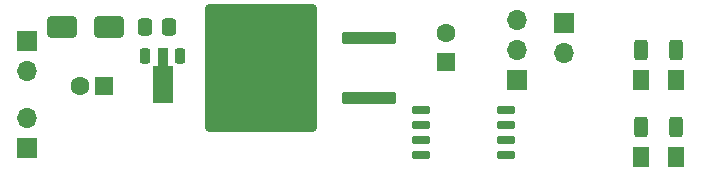
<source format=gts>
G04 #@! TF.GenerationSoftware,KiCad,Pcbnew,8.0.5*
G04 #@! TF.CreationDate,2024-09-27T12:19:15-07:00*
G04 #@! TF.ProjectId,RocketServo,526f636b-6574-4536-9572-766f2e6b6963,B*
G04 #@! TF.SameCoordinates,Original*
G04 #@! TF.FileFunction,Soldermask,Top*
G04 #@! TF.FilePolarity,Negative*
%FSLAX46Y46*%
G04 Gerber Fmt 4.6, Leading zero omitted, Abs format (unit mm)*
G04 Created by KiCad (PCBNEW 8.0.5) date 2024-09-27 12:19:15*
%MOMM*%
%LPD*%
G01*
G04 APERTURE LIST*
G04 Aperture macros list*
%AMRoundRect*
0 Rectangle with rounded corners*
0 $1 Rounding radius*
0 $2 $3 $4 $5 $6 $7 $8 $9 X,Y pos of 4 corners*
0 Add a 4 corners polygon primitive as box body*
4,1,4,$2,$3,$4,$5,$6,$7,$8,$9,$2,$3,0*
0 Add four circle primitives for the rounded corners*
1,1,$1+$1,$2,$3*
1,1,$1+$1,$4,$5*
1,1,$1+$1,$6,$7*
1,1,$1+$1,$8,$9*
0 Add four rect primitives between the rounded corners*
20,1,$1+$1,$2,$3,$4,$5,0*
20,1,$1+$1,$4,$5,$6,$7,0*
20,1,$1+$1,$6,$7,$8,$9,0*
20,1,$1+$1,$8,$9,$2,$3,0*%
%AMFreePoly0*
4,1,9,3.862500,-0.866500,0.737500,-0.866500,0.737500,-0.450000,-0.737500,-0.450000,-0.737500,0.450000,0.737500,0.450000,0.737500,0.866500,3.862500,0.866500,3.862500,-0.866500,3.862500,-0.866500,$1*%
G04 Aperture macros list end*
%ADD10RoundRect,0.250000X-0.312500X-0.625000X0.312500X-0.625000X0.312500X0.625000X-0.312500X0.625000X0*%
%ADD11R,1.700000X1.700000*%
%ADD12O,1.700000X1.700000*%
%ADD13RoundRect,0.250000X-0.337500X-0.475000X0.337500X-0.475000X0.337500X0.475000X-0.337500X0.475000X0*%
%ADD14R,1.600000X1.600000*%
%ADD15C,1.600000*%
%ADD16RoundRect,0.250001X0.462499X0.624999X-0.462499X0.624999X-0.462499X-0.624999X0.462499X-0.624999X0*%
%ADD17RoundRect,0.250000X2.050000X0.300000X-2.050000X0.300000X-2.050000X-0.300000X2.050000X-0.300000X0*%
%ADD18RoundRect,0.250002X4.449998X5.149998X-4.449998X5.149998X-4.449998X-5.149998X4.449998X-5.149998X0*%
%ADD19RoundRect,0.225000X-0.225000X0.425000X-0.225000X-0.425000X0.225000X-0.425000X0.225000X0.425000X0*%
%ADD20FreePoly0,270.000000*%
%ADD21RoundRect,0.150000X-0.650000X-0.150000X0.650000X-0.150000X0.650000X0.150000X-0.650000X0.150000X0*%
%ADD22RoundRect,0.250000X1.000000X0.650000X-1.000000X0.650000X-1.000000X-0.650000X1.000000X-0.650000X0*%
G04 APERTURE END LIST*
D10*
X146037500Y-92000000D03*
X148962500Y-92000000D03*
D11*
X135500000Y-88040000D03*
D12*
X135500000Y-85500000D03*
X135500000Y-82960000D03*
D13*
X104000000Y-83500000D03*
X106075000Y-83500000D03*
D14*
X100500000Y-88500000D03*
D15*
X98500000Y-88500000D03*
D11*
X94000000Y-93775000D03*
D12*
X94000000Y-91235000D03*
D16*
X148987500Y-94500000D03*
X146012500Y-94500000D03*
D11*
X94000000Y-84725000D03*
D12*
X94000000Y-87265000D03*
D17*
X123000000Y-89540000D03*
D18*
X113850000Y-87000000D03*
D17*
X123000000Y-84460000D03*
D10*
X146037500Y-85500000D03*
X148962500Y-85500000D03*
D19*
X107000000Y-86000000D03*
D20*
X105500000Y-86087500D03*
D19*
X104000000Y-86000000D03*
D14*
X129500000Y-86500000D03*
D15*
X129500000Y-84000000D03*
D11*
X139500000Y-83225000D03*
D12*
X139500000Y-85765000D03*
D16*
X148987500Y-88000000D03*
X146012500Y-88000000D03*
D21*
X127400000Y-90595000D03*
X127400000Y-91865000D03*
X127400000Y-93135000D03*
X127400000Y-94405000D03*
X134600000Y-94405000D03*
X134600000Y-93135000D03*
X134600000Y-91865000D03*
X134600000Y-90595000D03*
D22*
X101000000Y-83500000D03*
X97000000Y-83500000D03*
M02*

</source>
